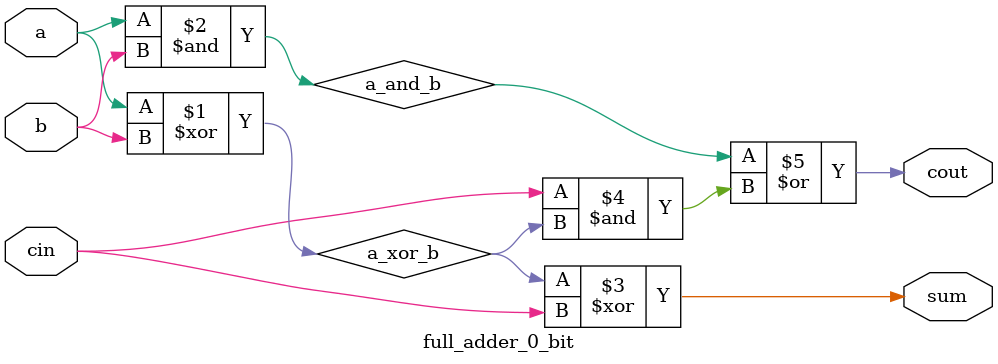
<source format=v>
module full_adder_0_bit 
(
	input  a,
	input  b,
	input  cin,
	output sum,
	output cout
);

wire a_xor_b = a ^ b;
wire a_and_b = a & b;

assign sum = a_xor_b ^ cin;
assign cout = a_and_b | (cin & a_xor_b);

endmodule

</source>
